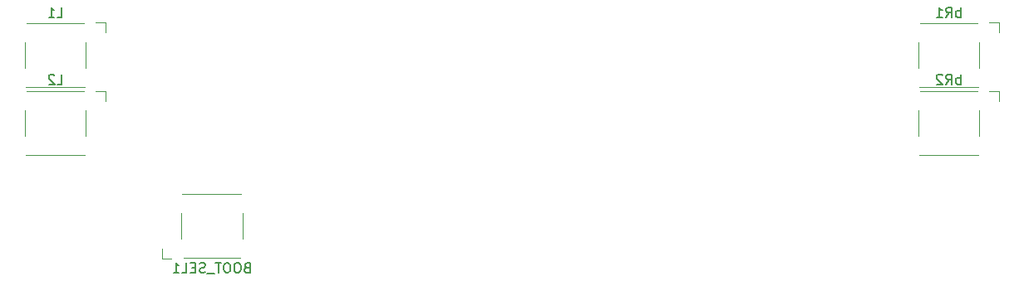
<source format=gbr>
%TF.GenerationSoftware,KiCad,Pcbnew,9.0.0-9.0.0-2~ubuntu24.04.1*%
%TF.CreationDate,2025-03-18T17:56:42+01:00*%
%TF.ProjectId,omnicontroller,6f6d6e69-636f-46e7-9472-6f6c6c65722e,rev?*%
%TF.SameCoordinates,Original*%
%TF.FileFunction,Legend,Bot*%
%TF.FilePolarity,Positive*%
%FSLAX46Y46*%
G04 Gerber Fmt 4.6, Leading zero omitted, Abs format (unit mm)*
G04 Created by KiCad (PCBNEW 9.0.0-9.0.0-2~ubuntu24.04.1) date 2025-03-18 17:56:42*
%MOMM*%
%LPD*%
G01*
G04 APERTURE LIST*
%ADD10C,0.150000*%
%ADD11C,0.120000*%
G04 APERTURE END LIST*
D10*
X71666666Y-53794819D02*
X72142856Y-53794819D01*
X72142856Y-53794819D02*
X72142856Y-52794819D01*
X71380951Y-52890057D02*
X71333332Y-52842438D01*
X71333332Y-52842438D02*
X71238094Y-52794819D01*
X71238094Y-52794819D02*
X70999999Y-52794819D01*
X70999999Y-52794819D02*
X70904761Y-52842438D01*
X70904761Y-52842438D02*
X70857142Y-52890057D01*
X70857142Y-52890057D02*
X70809523Y-52985295D01*
X70809523Y-52985295D02*
X70809523Y-53080533D01*
X70809523Y-53080533D02*
X70857142Y-53223390D01*
X70857142Y-53223390D02*
X71428570Y-53794819D01*
X71428570Y-53794819D02*
X70809523Y-53794819D01*
X90987619Y-72521009D02*
X90844762Y-72568628D01*
X90844762Y-72568628D02*
X90797143Y-72616247D01*
X90797143Y-72616247D02*
X90749524Y-72711485D01*
X90749524Y-72711485D02*
X90749524Y-72854342D01*
X90749524Y-72854342D02*
X90797143Y-72949580D01*
X90797143Y-72949580D02*
X90844762Y-72997200D01*
X90844762Y-72997200D02*
X90940000Y-73044819D01*
X90940000Y-73044819D02*
X91320952Y-73044819D01*
X91320952Y-73044819D02*
X91320952Y-72044819D01*
X91320952Y-72044819D02*
X90987619Y-72044819D01*
X90987619Y-72044819D02*
X90892381Y-72092438D01*
X90892381Y-72092438D02*
X90844762Y-72140057D01*
X90844762Y-72140057D02*
X90797143Y-72235295D01*
X90797143Y-72235295D02*
X90797143Y-72330533D01*
X90797143Y-72330533D02*
X90844762Y-72425771D01*
X90844762Y-72425771D02*
X90892381Y-72473390D01*
X90892381Y-72473390D02*
X90987619Y-72521009D01*
X90987619Y-72521009D02*
X91320952Y-72521009D01*
X90130476Y-72044819D02*
X89940000Y-72044819D01*
X89940000Y-72044819D02*
X89844762Y-72092438D01*
X89844762Y-72092438D02*
X89749524Y-72187676D01*
X89749524Y-72187676D02*
X89701905Y-72378152D01*
X89701905Y-72378152D02*
X89701905Y-72711485D01*
X89701905Y-72711485D02*
X89749524Y-72901961D01*
X89749524Y-72901961D02*
X89844762Y-72997200D01*
X89844762Y-72997200D02*
X89940000Y-73044819D01*
X89940000Y-73044819D02*
X90130476Y-73044819D01*
X90130476Y-73044819D02*
X90225714Y-72997200D01*
X90225714Y-72997200D02*
X90320952Y-72901961D01*
X90320952Y-72901961D02*
X90368571Y-72711485D01*
X90368571Y-72711485D02*
X90368571Y-72378152D01*
X90368571Y-72378152D02*
X90320952Y-72187676D01*
X90320952Y-72187676D02*
X90225714Y-72092438D01*
X90225714Y-72092438D02*
X90130476Y-72044819D01*
X89082857Y-72044819D02*
X88892381Y-72044819D01*
X88892381Y-72044819D02*
X88797143Y-72092438D01*
X88797143Y-72092438D02*
X88701905Y-72187676D01*
X88701905Y-72187676D02*
X88654286Y-72378152D01*
X88654286Y-72378152D02*
X88654286Y-72711485D01*
X88654286Y-72711485D02*
X88701905Y-72901961D01*
X88701905Y-72901961D02*
X88797143Y-72997200D01*
X88797143Y-72997200D02*
X88892381Y-73044819D01*
X88892381Y-73044819D02*
X89082857Y-73044819D01*
X89082857Y-73044819D02*
X89178095Y-72997200D01*
X89178095Y-72997200D02*
X89273333Y-72901961D01*
X89273333Y-72901961D02*
X89320952Y-72711485D01*
X89320952Y-72711485D02*
X89320952Y-72378152D01*
X89320952Y-72378152D02*
X89273333Y-72187676D01*
X89273333Y-72187676D02*
X89178095Y-72092438D01*
X89178095Y-72092438D02*
X89082857Y-72044819D01*
X88368571Y-72044819D02*
X87797143Y-72044819D01*
X88082857Y-73044819D02*
X88082857Y-72044819D01*
X87701905Y-73140057D02*
X86940000Y-73140057D01*
X86749523Y-72997200D02*
X86606666Y-73044819D01*
X86606666Y-73044819D02*
X86368571Y-73044819D01*
X86368571Y-73044819D02*
X86273333Y-72997200D01*
X86273333Y-72997200D02*
X86225714Y-72949580D01*
X86225714Y-72949580D02*
X86178095Y-72854342D01*
X86178095Y-72854342D02*
X86178095Y-72759104D01*
X86178095Y-72759104D02*
X86225714Y-72663866D01*
X86225714Y-72663866D02*
X86273333Y-72616247D01*
X86273333Y-72616247D02*
X86368571Y-72568628D01*
X86368571Y-72568628D02*
X86559047Y-72521009D01*
X86559047Y-72521009D02*
X86654285Y-72473390D01*
X86654285Y-72473390D02*
X86701904Y-72425771D01*
X86701904Y-72425771D02*
X86749523Y-72330533D01*
X86749523Y-72330533D02*
X86749523Y-72235295D01*
X86749523Y-72235295D02*
X86701904Y-72140057D01*
X86701904Y-72140057D02*
X86654285Y-72092438D01*
X86654285Y-72092438D02*
X86559047Y-72044819D01*
X86559047Y-72044819D02*
X86320952Y-72044819D01*
X86320952Y-72044819D02*
X86178095Y-72092438D01*
X85749523Y-72521009D02*
X85416190Y-72521009D01*
X85273333Y-73044819D02*
X85749523Y-73044819D01*
X85749523Y-73044819D02*
X85749523Y-72044819D01*
X85749523Y-72044819D02*
X85273333Y-72044819D01*
X84368571Y-73044819D02*
X84844761Y-73044819D01*
X84844761Y-73044819D02*
X84844761Y-72044819D01*
X83511428Y-73044819D02*
X84082856Y-73044819D01*
X83797142Y-73044819D02*
X83797142Y-72044819D01*
X83797142Y-72044819D02*
X83892380Y-72187676D01*
X83892380Y-72187676D02*
X83987618Y-72282914D01*
X83987618Y-72282914D02*
X84082856Y-72330533D01*
X71666666Y-46954819D02*
X72142856Y-46954819D01*
X72142856Y-46954819D02*
X72142856Y-45954819D01*
X70809523Y-46954819D02*
X71380951Y-46954819D01*
X71095237Y-46954819D02*
X71095237Y-45954819D01*
X71095237Y-45954819D02*
X71190475Y-46097676D01*
X71190475Y-46097676D02*
X71285713Y-46192914D01*
X71285713Y-46192914D02*
X71380951Y-46240533D01*
X163690475Y-53794819D02*
X163690475Y-52794819D01*
X163690475Y-53175771D02*
X163595237Y-53128152D01*
X163595237Y-53128152D02*
X163404761Y-53128152D01*
X163404761Y-53128152D02*
X163309523Y-53175771D01*
X163309523Y-53175771D02*
X163261904Y-53223390D01*
X163261904Y-53223390D02*
X163214285Y-53318628D01*
X163214285Y-53318628D02*
X163214285Y-53604342D01*
X163214285Y-53604342D02*
X163261904Y-53699580D01*
X163261904Y-53699580D02*
X163309523Y-53747200D01*
X163309523Y-53747200D02*
X163404761Y-53794819D01*
X163404761Y-53794819D02*
X163595237Y-53794819D01*
X163595237Y-53794819D02*
X163690475Y-53747200D01*
X162214285Y-53794819D02*
X162547618Y-53318628D01*
X162785713Y-53794819D02*
X162785713Y-52794819D01*
X162785713Y-52794819D02*
X162404761Y-52794819D01*
X162404761Y-52794819D02*
X162309523Y-52842438D01*
X162309523Y-52842438D02*
X162261904Y-52890057D01*
X162261904Y-52890057D02*
X162214285Y-52985295D01*
X162214285Y-52985295D02*
X162214285Y-53128152D01*
X162214285Y-53128152D02*
X162261904Y-53223390D01*
X162261904Y-53223390D02*
X162309523Y-53271009D01*
X162309523Y-53271009D02*
X162404761Y-53318628D01*
X162404761Y-53318628D02*
X162785713Y-53318628D01*
X161833332Y-52890057D02*
X161785713Y-52842438D01*
X161785713Y-52842438D02*
X161690475Y-52794819D01*
X161690475Y-52794819D02*
X161452380Y-52794819D01*
X161452380Y-52794819D02*
X161357142Y-52842438D01*
X161357142Y-52842438D02*
X161309523Y-52890057D01*
X161309523Y-52890057D02*
X161261904Y-52985295D01*
X161261904Y-52985295D02*
X161261904Y-53080533D01*
X161261904Y-53080533D02*
X161309523Y-53223390D01*
X161309523Y-53223390D02*
X161880951Y-53794819D01*
X161880951Y-53794819D02*
X161261904Y-53794819D01*
X163690475Y-46954819D02*
X163690475Y-45954819D01*
X163690475Y-46335771D02*
X163595237Y-46288152D01*
X163595237Y-46288152D02*
X163404761Y-46288152D01*
X163404761Y-46288152D02*
X163309523Y-46335771D01*
X163309523Y-46335771D02*
X163261904Y-46383390D01*
X163261904Y-46383390D02*
X163214285Y-46478628D01*
X163214285Y-46478628D02*
X163214285Y-46764342D01*
X163214285Y-46764342D02*
X163261904Y-46859580D01*
X163261904Y-46859580D02*
X163309523Y-46907200D01*
X163309523Y-46907200D02*
X163404761Y-46954819D01*
X163404761Y-46954819D02*
X163595237Y-46954819D01*
X163595237Y-46954819D02*
X163690475Y-46907200D01*
X162214285Y-46954819D02*
X162547618Y-46478628D01*
X162785713Y-46954819D02*
X162785713Y-45954819D01*
X162785713Y-45954819D02*
X162404761Y-45954819D01*
X162404761Y-45954819D02*
X162309523Y-46002438D01*
X162309523Y-46002438D02*
X162261904Y-46050057D01*
X162261904Y-46050057D02*
X162214285Y-46145295D01*
X162214285Y-46145295D02*
X162214285Y-46288152D01*
X162214285Y-46288152D02*
X162261904Y-46383390D01*
X162261904Y-46383390D02*
X162309523Y-46431009D01*
X162309523Y-46431009D02*
X162404761Y-46478628D01*
X162404761Y-46478628D02*
X162785713Y-46478628D01*
X161261904Y-46954819D02*
X161833332Y-46954819D01*
X161547618Y-46954819D02*
X161547618Y-45954819D01*
X161547618Y-45954819D02*
X161642856Y-46097676D01*
X161642856Y-46097676D02*
X161738094Y-46192914D01*
X161738094Y-46192914D02*
X161833332Y-46240533D01*
D11*
%TO.C,L2*%
X68400000Y-56500000D02*
X68400000Y-59100000D01*
X68500000Y-61050000D02*
X74500000Y-61050000D01*
X68600000Y-54550000D02*
X74400000Y-54550000D01*
X74600000Y-56500000D02*
X74600000Y-59100000D01*
X76600000Y-54500000D02*
X75600000Y-54500000D01*
X76600000Y-55500000D02*
X76600000Y-54500000D01*
%TO.C,BOOT_SEL1*%
X82340000Y-70590000D02*
X82340000Y-71590000D01*
X82340000Y-71590000D02*
X83340000Y-71590000D01*
X84340000Y-69590000D02*
X84340000Y-66990000D01*
X90340000Y-71540000D02*
X84540000Y-71540000D01*
X90440000Y-65040000D02*
X84440000Y-65040000D01*
X90540000Y-69590000D02*
X90540000Y-66990000D01*
%TO.C,L1*%
X68400000Y-49500000D02*
X68400000Y-52100000D01*
X68500000Y-54050000D02*
X74500000Y-54050000D01*
X68600000Y-47550000D02*
X74400000Y-47550000D01*
X74600000Y-49500000D02*
X74600000Y-52100000D01*
X76600000Y-47500000D02*
X75600000Y-47500000D01*
X76600000Y-48500000D02*
X76600000Y-47500000D01*
%TO.C,bR2*%
X159400000Y-56500000D02*
X159400000Y-59100000D01*
X159500000Y-61050000D02*
X165500000Y-61050000D01*
X159600000Y-54550000D02*
X165400000Y-54550000D01*
X165600000Y-56500000D02*
X165600000Y-59100000D01*
X167600000Y-54500000D02*
X166600000Y-54500000D01*
X167600000Y-55500000D02*
X167600000Y-54500000D01*
%TO.C,bR1*%
X159400000Y-49500000D02*
X159400000Y-52100000D01*
X159500000Y-54050000D02*
X165500000Y-54050000D01*
X159600000Y-47550000D02*
X165400000Y-47550000D01*
X165600000Y-49500000D02*
X165600000Y-52100000D01*
X167600000Y-47500000D02*
X166600000Y-47500000D01*
X167600000Y-48500000D02*
X167600000Y-47500000D01*
%TD*%
M02*

</source>
